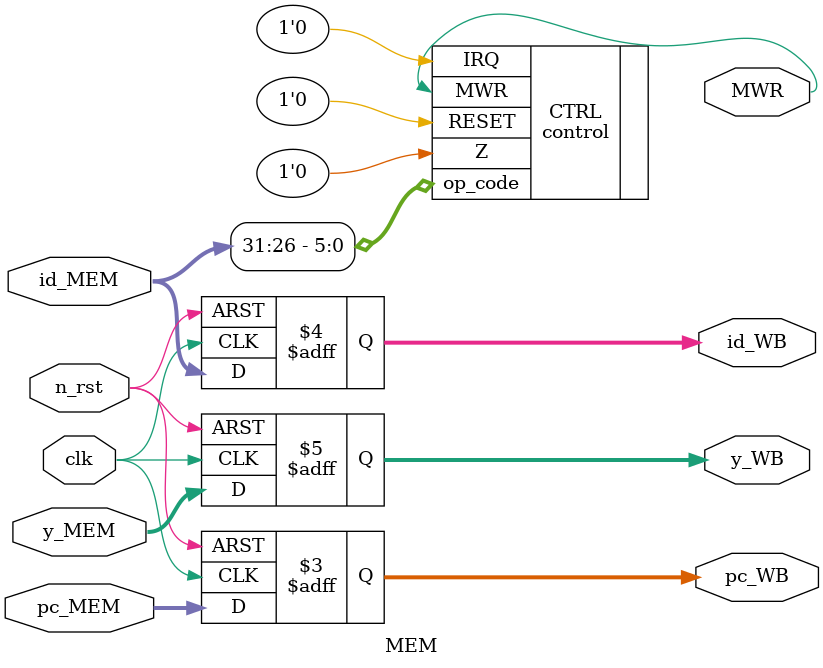
<source format=sv>
/*
Memory Stage 
*/
module MEM (
    input logic clk, n_rst, 

    input logic[31:0] pc_MEM, id_MEM, y_MEM, 

    output logic[31:0] pc_WB, id_WB, y_WB,

    output logic MWR
); 

localparam NOP = 32'h83fff800; 
 
always_ff @(posedge clk, negedge n_rst) begin
    if(~n_rst) begin
        pc_WB <= 'b0; 
        id_WB <= NOP; 
        y_WB <= 'b0; 
    end
    else begin
        pc_WB <= pc_MEM; 
        id_WB <= id_MEM; 
        y_WB <= y_MEM; 
    end
end


control CTRL(
    .op_code(id_MEM[31:26]), 
    .Z(1'b0), 
    .RESET(1'b0),
    .IRQ(1'b0),
    .MWR(MWR)
); 

endmodule 
</source>
